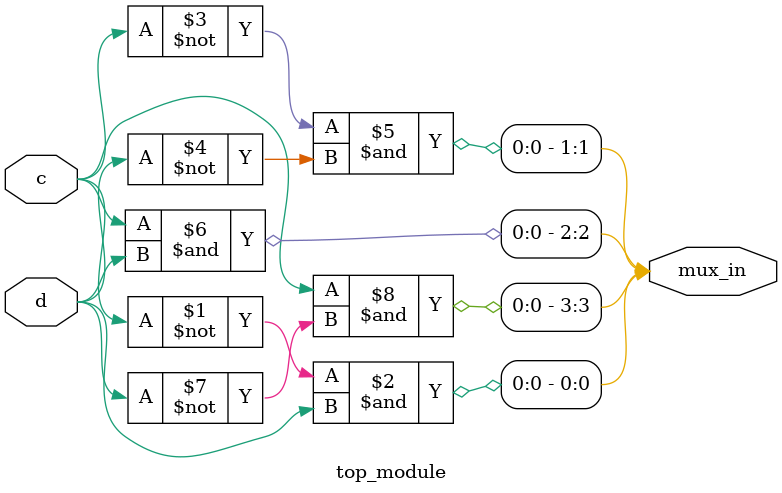
<source format=sv>
module top_module (
	input c,
	input d,
	output [3:0] mux_in
);

assign mux_in[0] = ~c & d;
assign mux_in[1] = ~c & ~d;
assign mux_in[2] = c & d;
assign mux_in[3] = c & ~d;

endmodule

</source>
